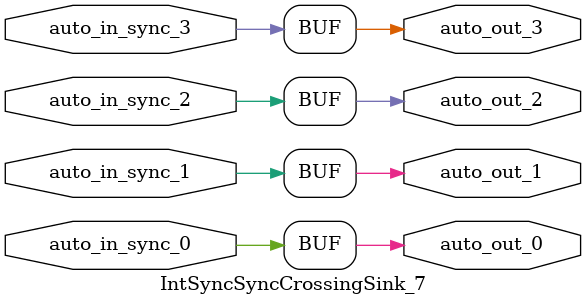
<source format=sv>
`ifndef RANDOMIZE
  `ifdef RANDOMIZE_REG_INIT
    `define RANDOMIZE
  `endif // RANDOMIZE_REG_INIT
`endif // not def RANDOMIZE
`ifndef RANDOMIZE
  `ifdef RANDOMIZE_MEM_INIT
    `define RANDOMIZE
  `endif // RANDOMIZE_MEM_INIT
`endif // not def RANDOMIZE

`ifndef RANDOM
  `define RANDOM $random
`endif // not def RANDOM

// Users can define 'PRINTF_COND' to add an extra gate to prints.
`ifndef PRINTF_COND_
  `ifdef PRINTF_COND
    `define PRINTF_COND_ (`PRINTF_COND)
  `else  // PRINTF_COND
    `define PRINTF_COND_ 1
  `endif // PRINTF_COND
`endif // not def PRINTF_COND_

// Users can define 'ASSERT_VERBOSE_COND' to add an extra gate to assert error printing.
`ifndef ASSERT_VERBOSE_COND_
  `ifdef ASSERT_VERBOSE_COND
    `define ASSERT_VERBOSE_COND_ (`ASSERT_VERBOSE_COND)
  `else  // ASSERT_VERBOSE_COND
    `define ASSERT_VERBOSE_COND_ 1
  `endif // ASSERT_VERBOSE_COND
`endif // not def ASSERT_VERBOSE_COND_

// Users can define 'STOP_COND' to add an extra gate to stop conditions.
`ifndef STOP_COND_
  `ifdef STOP_COND
    `define STOP_COND_ (`STOP_COND)
  `else  // STOP_COND
    `define STOP_COND_ 1
  `endif // STOP_COND
`endif // not def STOP_COND_

// Users can define INIT_RANDOM as general code that gets injected into the
// initializer block for modules with registers.
`ifndef INIT_RANDOM
  `define INIT_RANDOM
`endif // not def INIT_RANDOM

// If using random initialization, you can also define RANDOMIZE_DELAY to
// customize the delay used, otherwise 0.002 is used.
`ifndef RANDOMIZE_DELAY
  `define RANDOMIZE_DELAY 0.002
`endif // not def RANDOMIZE_DELAY

// Define INIT_RANDOM_PROLOG_ for use in our modules below.
`ifndef INIT_RANDOM_PROLOG_
  `ifdef RANDOMIZE
    `ifdef VERILATOR
      `define INIT_RANDOM_PROLOG_ `INIT_RANDOM
    `else  // VERILATOR
      `define INIT_RANDOM_PROLOG_ `INIT_RANDOM #`RANDOMIZE_DELAY begin end
    `endif // VERILATOR
  `else  // RANDOMIZE
    `define INIT_RANDOM_PROLOG_
  `endif // RANDOMIZE
`endif // not def INIT_RANDOM_PROLOG_

module IntSyncSyncCrossingSink_7(
  input  auto_in_sync_0,
         auto_in_sync_1,
         auto_in_sync_2,
         auto_in_sync_3,
  output auto_out_0,
         auto_out_1,
         auto_out_2,
         auto_out_3
);

  assign auto_out_0 = auto_in_sync_0;
  assign auto_out_1 = auto_in_sync_1;
  assign auto_out_2 = auto_in_sync_2;
  assign auto_out_3 = auto_in_sync_3;
endmodule


</source>
